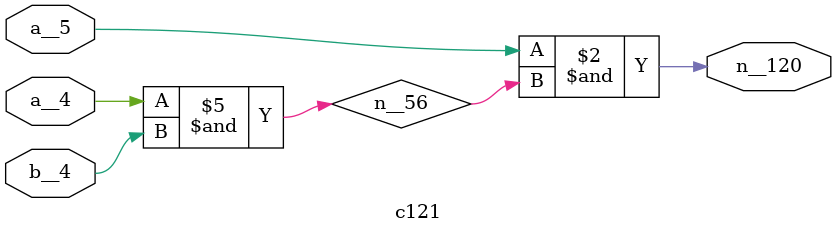
<source format=v>

module c121 (n__120, a__5, b__4, a__4);
	output n__120;
	wire n568, n__56, n632;
	input a__5, b__4, a__4;
  assign n__120 = ~n568;
  assign n568 = ~(a__5 & n__56);
  assign n__56 = ~n632;
  assign n632 = ~(a__4 & b__4);
endmodule

</source>
